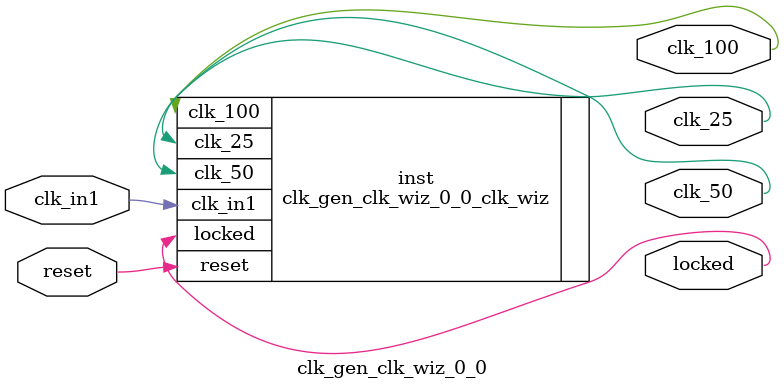
<source format=v>


`timescale 1ps/1ps

(* CORE_GENERATION_INFO = "clk_gen_clk_wiz_0_0,clk_wiz_v5_4_0_0,{component_name=clk_gen_clk_wiz_0_0,use_phase_alignment=true,use_min_o_jitter=false,use_max_i_jitter=false,use_dyn_phase_shift=false,use_inclk_switchover=false,use_dyn_reconfig=false,enable_axi=0,feedback_source=FDBK_AUTO,PRIMITIVE=MMCM,num_out_clk=3,clkin1_period=10.000,clkin2_period=10.000,use_power_down=false,use_reset=true,use_locked=true,use_inclk_stopped=false,feedback_type=SINGLE,CLOCK_MGR_TYPE=NA,manual_override=false}" *)

module clk_gen_clk_wiz_0_0 
 (
  // Clock out ports
  output        clk_100,
  output        clk_25,
  output        clk_50,
  // Status and control signals
  input         reset,
  output        locked,
 // Clock in ports
  input         clk_in1
 );

  clk_gen_clk_wiz_0_0_clk_wiz inst
  (
  // Clock out ports  
  .clk_100(clk_100),
  .clk_25(clk_25),
  .clk_50(clk_50),
  // Status and control signals               
  .reset(reset), 
  .locked(locked),
 // Clock in ports
  .clk_in1(clk_in1)
  );

endmodule

</source>
